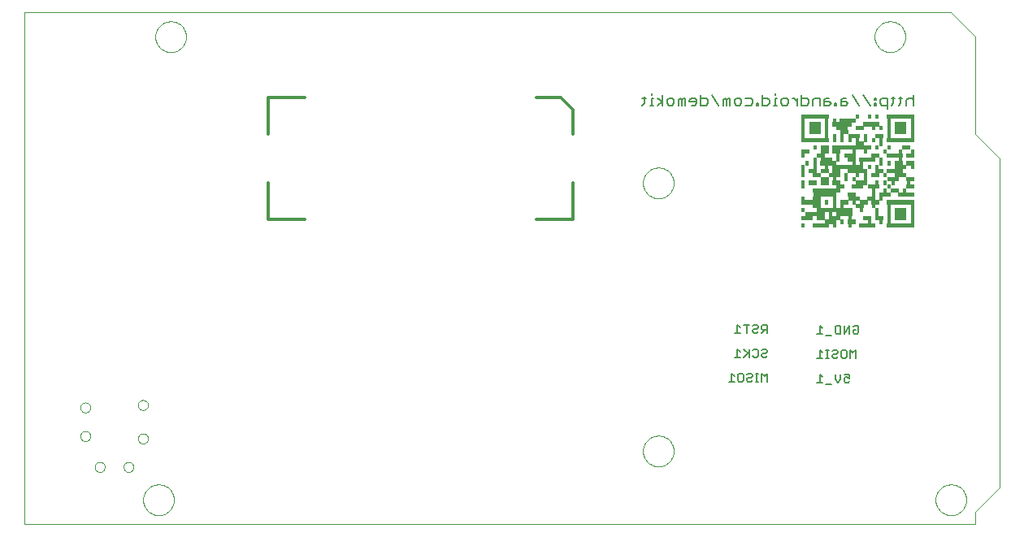
<source format=gbr>
G75*
G70*
%OFA0B0*%
%FSLAX24Y24*%
%IPPOS*%
%LPD*%
%AMOC8*
5,1,8,0,0,1.08239X$1,22.5*
%
%ADD10C,0.0000*%
%ADD11C,0.0080*%
%ADD12C,0.0120*%
%ADD13C,0.0060*%
%ADD14R,0.1120X0.0020*%
%ADD15R,0.0640X0.0020*%
%ADD16R,0.0160X0.0020*%
%ADD17R,0.0320X0.0020*%
%ADD18R,0.0480X0.0020*%
%ADD19R,0.0800X0.0020*%
%ADD20R,0.1440X0.0020*%
%ADD21R,0.0960X0.0020*%
%ADD22R,0.1280X0.0020*%
%ADD23R,0.1600X0.0020*%
D10*
X020510Y066510D02*
X020510Y087510D01*
X058510Y087510D01*
X059510Y086510D01*
X059510Y082510D01*
X060510Y081510D01*
X060510Y068010D01*
X059510Y067010D01*
X059510Y066510D01*
X020510Y066510D01*
X023396Y068859D02*
X023398Y068887D01*
X023404Y068914D01*
X023413Y068941D01*
X023426Y068966D01*
X023442Y068988D01*
X023461Y069009D01*
X023483Y069026D01*
X023507Y069041D01*
X023532Y069052D01*
X023559Y069060D01*
X023587Y069064D01*
X023615Y069064D01*
X023643Y069060D01*
X023670Y069052D01*
X023695Y069041D01*
X023719Y069026D01*
X023741Y069009D01*
X023760Y068988D01*
X023776Y068966D01*
X023789Y068941D01*
X023798Y068914D01*
X023804Y068887D01*
X023806Y068859D01*
X023804Y068831D01*
X023798Y068804D01*
X023789Y068777D01*
X023776Y068752D01*
X023760Y068730D01*
X023741Y068709D01*
X023719Y068692D01*
X023695Y068677D01*
X023670Y068666D01*
X023643Y068658D01*
X023615Y068654D01*
X023587Y068654D01*
X023559Y068658D01*
X023532Y068666D01*
X023507Y068677D01*
X023483Y068692D01*
X023461Y068709D01*
X023442Y068730D01*
X023426Y068752D01*
X023413Y068777D01*
X023404Y068804D01*
X023398Y068831D01*
X023396Y068859D01*
X022805Y070120D02*
X022807Y070148D01*
X022813Y070175D01*
X022822Y070202D01*
X022835Y070227D01*
X022851Y070249D01*
X022870Y070270D01*
X022892Y070287D01*
X022916Y070302D01*
X022941Y070313D01*
X022968Y070321D01*
X022996Y070325D01*
X023024Y070325D01*
X023052Y070321D01*
X023079Y070313D01*
X023104Y070302D01*
X023128Y070287D01*
X023150Y070270D01*
X023169Y070249D01*
X023185Y070227D01*
X023198Y070202D01*
X023207Y070175D01*
X023213Y070148D01*
X023215Y070120D01*
X023213Y070092D01*
X023207Y070065D01*
X023198Y070038D01*
X023185Y070013D01*
X023169Y069991D01*
X023150Y069970D01*
X023128Y069953D01*
X023104Y069938D01*
X023079Y069927D01*
X023052Y069919D01*
X023024Y069915D01*
X022996Y069915D01*
X022968Y069919D01*
X022941Y069927D01*
X022916Y069938D01*
X022892Y069953D01*
X022870Y069970D01*
X022851Y069991D01*
X022835Y070013D01*
X022822Y070038D01*
X022813Y070065D01*
X022807Y070092D01*
X022805Y070120D01*
X022805Y071300D02*
X022807Y071328D01*
X022813Y071355D01*
X022822Y071382D01*
X022835Y071407D01*
X022851Y071429D01*
X022870Y071450D01*
X022892Y071467D01*
X022916Y071482D01*
X022941Y071493D01*
X022968Y071501D01*
X022996Y071505D01*
X023024Y071505D01*
X023052Y071501D01*
X023079Y071493D01*
X023104Y071482D01*
X023128Y071467D01*
X023150Y071450D01*
X023169Y071429D01*
X023185Y071407D01*
X023198Y071382D01*
X023207Y071355D01*
X023213Y071328D01*
X023215Y071300D01*
X023213Y071272D01*
X023207Y071245D01*
X023198Y071218D01*
X023185Y071193D01*
X023169Y071171D01*
X023150Y071150D01*
X023128Y071133D01*
X023104Y071118D01*
X023079Y071107D01*
X023052Y071099D01*
X023024Y071095D01*
X022996Y071095D01*
X022968Y071099D01*
X022941Y071107D01*
X022916Y071118D01*
X022892Y071133D01*
X022870Y071150D01*
X022851Y071171D01*
X022835Y071193D01*
X022822Y071218D01*
X022813Y071245D01*
X022807Y071272D01*
X022805Y071300D01*
X025167Y071400D02*
X025169Y071428D01*
X025175Y071455D01*
X025184Y071482D01*
X025197Y071507D01*
X025213Y071529D01*
X025232Y071550D01*
X025254Y071567D01*
X025278Y071582D01*
X025303Y071593D01*
X025330Y071601D01*
X025358Y071605D01*
X025386Y071605D01*
X025414Y071601D01*
X025441Y071593D01*
X025466Y071582D01*
X025490Y071567D01*
X025512Y071550D01*
X025531Y071529D01*
X025547Y071507D01*
X025560Y071482D01*
X025569Y071455D01*
X025575Y071428D01*
X025577Y071400D01*
X025575Y071372D01*
X025569Y071345D01*
X025560Y071318D01*
X025547Y071293D01*
X025531Y071271D01*
X025512Y071250D01*
X025490Y071233D01*
X025466Y071218D01*
X025441Y071207D01*
X025414Y071199D01*
X025386Y071195D01*
X025358Y071195D01*
X025330Y071199D01*
X025303Y071207D01*
X025278Y071218D01*
X025254Y071233D01*
X025232Y071250D01*
X025213Y071271D01*
X025197Y071293D01*
X025184Y071318D01*
X025175Y071345D01*
X025169Y071372D01*
X025167Y071400D01*
X025167Y070020D02*
X025169Y070048D01*
X025175Y070075D01*
X025184Y070102D01*
X025197Y070127D01*
X025213Y070149D01*
X025232Y070170D01*
X025254Y070187D01*
X025278Y070202D01*
X025303Y070213D01*
X025330Y070221D01*
X025358Y070225D01*
X025386Y070225D01*
X025414Y070221D01*
X025441Y070213D01*
X025466Y070202D01*
X025490Y070187D01*
X025512Y070170D01*
X025531Y070149D01*
X025547Y070127D01*
X025560Y070102D01*
X025569Y070075D01*
X025575Y070048D01*
X025577Y070020D01*
X025575Y069992D01*
X025569Y069965D01*
X025560Y069938D01*
X025547Y069913D01*
X025531Y069891D01*
X025512Y069870D01*
X025490Y069853D01*
X025466Y069838D01*
X025441Y069827D01*
X025414Y069819D01*
X025386Y069815D01*
X025358Y069815D01*
X025330Y069819D01*
X025303Y069827D01*
X025278Y069838D01*
X025254Y069853D01*
X025232Y069870D01*
X025213Y069891D01*
X025197Y069913D01*
X025184Y069938D01*
X025175Y069965D01*
X025169Y069992D01*
X025167Y070020D01*
X024577Y068859D02*
X024579Y068887D01*
X024585Y068914D01*
X024594Y068941D01*
X024607Y068966D01*
X024623Y068988D01*
X024642Y069009D01*
X024664Y069026D01*
X024688Y069041D01*
X024713Y069052D01*
X024740Y069060D01*
X024768Y069064D01*
X024796Y069064D01*
X024824Y069060D01*
X024851Y069052D01*
X024876Y069041D01*
X024900Y069026D01*
X024922Y069009D01*
X024941Y068988D01*
X024957Y068966D01*
X024970Y068941D01*
X024979Y068914D01*
X024985Y068887D01*
X024987Y068859D01*
X024985Y068831D01*
X024979Y068804D01*
X024970Y068777D01*
X024957Y068752D01*
X024941Y068730D01*
X024922Y068709D01*
X024900Y068692D01*
X024876Y068677D01*
X024851Y068666D01*
X024824Y068658D01*
X024796Y068654D01*
X024768Y068654D01*
X024740Y068658D01*
X024713Y068666D01*
X024688Y068677D01*
X024664Y068692D01*
X024642Y068709D01*
X024623Y068730D01*
X024607Y068752D01*
X024594Y068777D01*
X024585Y068804D01*
X024579Y068831D01*
X024577Y068859D01*
X025380Y067510D02*
X025382Y067560D01*
X025388Y067610D01*
X025398Y067659D01*
X025412Y067707D01*
X025429Y067754D01*
X025450Y067799D01*
X025475Y067843D01*
X025503Y067884D01*
X025535Y067923D01*
X025569Y067960D01*
X025606Y067994D01*
X025646Y068024D01*
X025688Y068051D01*
X025732Y068075D01*
X025778Y068096D01*
X025825Y068112D01*
X025873Y068125D01*
X025923Y068134D01*
X025972Y068139D01*
X026023Y068140D01*
X026073Y068137D01*
X026122Y068130D01*
X026171Y068119D01*
X026219Y068104D01*
X026265Y068086D01*
X026310Y068064D01*
X026353Y068038D01*
X026394Y068009D01*
X026433Y067977D01*
X026469Y067942D01*
X026501Y067904D01*
X026531Y067864D01*
X026558Y067821D01*
X026581Y067777D01*
X026600Y067731D01*
X026616Y067683D01*
X026628Y067634D01*
X026636Y067585D01*
X026640Y067535D01*
X026640Y067485D01*
X026636Y067435D01*
X026628Y067386D01*
X026616Y067337D01*
X026600Y067289D01*
X026581Y067243D01*
X026558Y067199D01*
X026531Y067156D01*
X026501Y067116D01*
X026469Y067078D01*
X026433Y067043D01*
X026394Y067011D01*
X026353Y066982D01*
X026310Y066956D01*
X026265Y066934D01*
X026219Y066916D01*
X026171Y066901D01*
X026122Y066890D01*
X026073Y066883D01*
X026023Y066880D01*
X025972Y066881D01*
X025923Y066886D01*
X025873Y066895D01*
X025825Y066908D01*
X025778Y066924D01*
X025732Y066945D01*
X025688Y066969D01*
X025646Y066996D01*
X025606Y067026D01*
X025569Y067060D01*
X025535Y067097D01*
X025503Y067136D01*
X025475Y067177D01*
X025450Y067221D01*
X025429Y067266D01*
X025412Y067313D01*
X025398Y067361D01*
X025388Y067410D01*
X025382Y067460D01*
X025380Y067510D01*
X045880Y069510D02*
X045882Y069560D01*
X045888Y069610D01*
X045898Y069659D01*
X045912Y069707D01*
X045929Y069754D01*
X045950Y069799D01*
X045975Y069843D01*
X046003Y069884D01*
X046035Y069923D01*
X046069Y069960D01*
X046106Y069994D01*
X046146Y070024D01*
X046188Y070051D01*
X046232Y070075D01*
X046278Y070096D01*
X046325Y070112D01*
X046373Y070125D01*
X046423Y070134D01*
X046472Y070139D01*
X046523Y070140D01*
X046573Y070137D01*
X046622Y070130D01*
X046671Y070119D01*
X046719Y070104D01*
X046765Y070086D01*
X046810Y070064D01*
X046853Y070038D01*
X046894Y070009D01*
X046933Y069977D01*
X046969Y069942D01*
X047001Y069904D01*
X047031Y069864D01*
X047058Y069821D01*
X047081Y069777D01*
X047100Y069731D01*
X047116Y069683D01*
X047128Y069634D01*
X047136Y069585D01*
X047140Y069535D01*
X047140Y069485D01*
X047136Y069435D01*
X047128Y069386D01*
X047116Y069337D01*
X047100Y069289D01*
X047081Y069243D01*
X047058Y069199D01*
X047031Y069156D01*
X047001Y069116D01*
X046969Y069078D01*
X046933Y069043D01*
X046894Y069011D01*
X046853Y068982D01*
X046810Y068956D01*
X046765Y068934D01*
X046719Y068916D01*
X046671Y068901D01*
X046622Y068890D01*
X046573Y068883D01*
X046523Y068880D01*
X046472Y068881D01*
X046423Y068886D01*
X046373Y068895D01*
X046325Y068908D01*
X046278Y068924D01*
X046232Y068945D01*
X046188Y068969D01*
X046146Y068996D01*
X046106Y069026D01*
X046069Y069060D01*
X046035Y069097D01*
X046003Y069136D01*
X045975Y069177D01*
X045950Y069221D01*
X045929Y069266D01*
X045912Y069313D01*
X045898Y069361D01*
X045888Y069410D01*
X045882Y069460D01*
X045880Y069510D01*
X057880Y067510D02*
X057882Y067560D01*
X057888Y067610D01*
X057898Y067659D01*
X057912Y067707D01*
X057929Y067754D01*
X057950Y067799D01*
X057975Y067843D01*
X058003Y067884D01*
X058035Y067923D01*
X058069Y067960D01*
X058106Y067994D01*
X058146Y068024D01*
X058188Y068051D01*
X058232Y068075D01*
X058278Y068096D01*
X058325Y068112D01*
X058373Y068125D01*
X058423Y068134D01*
X058472Y068139D01*
X058523Y068140D01*
X058573Y068137D01*
X058622Y068130D01*
X058671Y068119D01*
X058719Y068104D01*
X058765Y068086D01*
X058810Y068064D01*
X058853Y068038D01*
X058894Y068009D01*
X058933Y067977D01*
X058969Y067942D01*
X059001Y067904D01*
X059031Y067864D01*
X059058Y067821D01*
X059081Y067777D01*
X059100Y067731D01*
X059116Y067683D01*
X059128Y067634D01*
X059136Y067585D01*
X059140Y067535D01*
X059140Y067485D01*
X059136Y067435D01*
X059128Y067386D01*
X059116Y067337D01*
X059100Y067289D01*
X059081Y067243D01*
X059058Y067199D01*
X059031Y067156D01*
X059001Y067116D01*
X058969Y067078D01*
X058933Y067043D01*
X058894Y067011D01*
X058853Y066982D01*
X058810Y066956D01*
X058765Y066934D01*
X058719Y066916D01*
X058671Y066901D01*
X058622Y066890D01*
X058573Y066883D01*
X058523Y066880D01*
X058472Y066881D01*
X058423Y066886D01*
X058373Y066895D01*
X058325Y066908D01*
X058278Y066924D01*
X058232Y066945D01*
X058188Y066969D01*
X058146Y066996D01*
X058106Y067026D01*
X058069Y067060D01*
X058035Y067097D01*
X058003Y067136D01*
X057975Y067177D01*
X057950Y067221D01*
X057929Y067266D01*
X057912Y067313D01*
X057898Y067361D01*
X057888Y067410D01*
X057882Y067460D01*
X057880Y067510D01*
X045880Y080510D02*
X045882Y080560D01*
X045888Y080610D01*
X045898Y080659D01*
X045912Y080707D01*
X045929Y080754D01*
X045950Y080799D01*
X045975Y080843D01*
X046003Y080884D01*
X046035Y080923D01*
X046069Y080960D01*
X046106Y080994D01*
X046146Y081024D01*
X046188Y081051D01*
X046232Y081075D01*
X046278Y081096D01*
X046325Y081112D01*
X046373Y081125D01*
X046423Y081134D01*
X046472Y081139D01*
X046523Y081140D01*
X046573Y081137D01*
X046622Y081130D01*
X046671Y081119D01*
X046719Y081104D01*
X046765Y081086D01*
X046810Y081064D01*
X046853Y081038D01*
X046894Y081009D01*
X046933Y080977D01*
X046969Y080942D01*
X047001Y080904D01*
X047031Y080864D01*
X047058Y080821D01*
X047081Y080777D01*
X047100Y080731D01*
X047116Y080683D01*
X047128Y080634D01*
X047136Y080585D01*
X047140Y080535D01*
X047140Y080485D01*
X047136Y080435D01*
X047128Y080386D01*
X047116Y080337D01*
X047100Y080289D01*
X047081Y080243D01*
X047058Y080199D01*
X047031Y080156D01*
X047001Y080116D01*
X046969Y080078D01*
X046933Y080043D01*
X046894Y080011D01*
X046853Y079982D01*
X046810Y079956D01*
X046765Y079934D01*
X046719Y079916D01*
X046671Y079901D01*
X046622Y079890D01*
X046573Y079883D01*
X046523Y079880D01*
X046472Y079881D01*
X046423Y079886D01*
X046373Y079895D01*
X046325Y079908D01*
X046278Y079924D01*
X046232Y079945D01*
X046188Y079969D01*
X046146Y079996D01*
X046106Y080026D01*
X046069Y080060D01*
X046035Y080097D01*
X046003Y080136D01*
X045975Y080177D01*
X045950Y080221D01*
X045929Y080266D01*
X045912Y080313D01*
X045898Y080361D01*
X045888Y080410D01*
X045882Y080460D01*
X045880Y080510D01*
X055380Y086510D02*
X055382Y086560D01*
X055388Y086610D01*
X055398Y086659D01*
X055412Y086707D01*
X055429Y086754D01*
X055450Y086799D01*
X055475Y086843D01*
X055503Y086884D01*
X055535Y086923D01*
X055569Y086960D01*
X055606Y086994D01*
X055646Y087024D01*
X055688Y087051D01*
X055732Y087075D01*
X055778Y087096D01*
X055825Y087112D01*
X055873Y087125D01*
X055923Y087134D01*
X055972Y087139D01*
X056023Y087140D01*
X056073Y087137D01*
X056122Y087130D01*
X056171Y087119D01*
X056219Y087104D01*
X056265Y087086D01*
X056310Y087064D01*
X056353Y087038D01*
X056394Y087009D01*
X056433Y086977D01*
X056469Y086942D01*
X056501Y086904D01*
X056531Y086864D01*
X056558Y086821D01*
X056581Y086777D01*
X056600Y086731D01*
X056616Y086683D01*
X056628Y086634D01*
X056636Y086585D01*
X056640Y086535D01*
X056640Y086485D01*
X056636Y086435D01*
X056628Y086386D01*
X056616Y086337D01*
X056600Y086289D01*
X056581Y086243D01*
X056558Y086199D01*
X056531Y086156D01*
X056501Y086116D01*
X056469Y086078D01*
X056433Y086043D01*
X056394Y086011D01*
X056353Y085982D01*
X056310Y085956D01*
X056265Y085934D01*
X056219Y085916D01*
X056171Y085901D01*
X056122Y085890D01*
X056073Y085883D01*
X056023Y085880D01*
X055972Y085881D01*
X055923Y085886D01*
X055873Y085895D01*
X055825Y085908D01*
X055778Y085924D01*
X055732Y085945D01*
X055688Y085969D01*
X055646Y085996D01*
X055606Y086026D01*
X055569Y086060D01*
X055535Y086097D01*
X055503Y086136D01*
X055475Y086177D01*
X055450Y086221D01*
X055429Y086266D01*
X055412Y086313D01*
X055398Y086361D01*
X055388Y086410D01*
X055382Y086460D01*
X055380Y086510D01*
X025880Y086510D02*
X025882Y086560D01*
X025888Y086610D01*
X025898Y086659D01*
X025912Y086707D01*
X025929Y086754D01*
X025950Y086799D01*
X025975Y086843D01*
X026003Y086884D01*
X026035Y086923D01*
X026069Y086960D01*
X026106Y086994D01*
X026146Y087024D01*
X026188Y087051D01*
X026232Y087075D01*
X026278Y087096D01*
X026325Y087112D01*
X026373Y087125D01*
X026423Y087134D01*
X026472Y087139D01*
X026523Y087140D01*
X026573Y087137D01*
X026622Y087130D01*
X026671Y087119D01*
X026719Y087104D01*
X026765Y087086D01*
X026810Y087064D01*
X026853Y087038D01*
X026894Y087009D01*
X026933Y086977D01*
X026969Y086942D01*
X027001Y086904D01*
X027031Y086864D01*
X027058Y086821D01*
X027081Y086777D01*
X027100Y086731D01*
X027116Y086683D01*
X027128Y086634D01*
X027136Y086585D01*
X027140Y086535D01*
X027140Y086485D01*
X027136Y086435D01*
X027128Y086386D01*
X027116Y086337D01*
X027100Y086289D01*
X027081Y086243D01*
X027058Y086199D01*
X027031Y086156D01*
X027001Y086116D01*
X026969Y086078D01*
X026933Y086043D01*
X026894Y086011D01*
X026853Y085982D01*
X026810Y085956D01*
X026765Y085934D01*
X026719Y085916D01*
X026671Y085901D01*
X026622Y085890D01*
X026573Y085883D01*
X026523Y085880D01*
X026472Y085881D01*
X026423Y085886D01*
X026373Y085895D01*
X026325Y085908D01*
X026278Y085924D01*
X026232Y085945D01*
X026188Y085969D01*
X026146Y085996D01*
X026106Y086026D01*
X026069Y086060D01*
X026035Y086097D01*
X026003Y086136D01*
X025975Y086177D01*
X025950Y086221D01*
X025929Y086266D01*
X025912Y086313D01*
X025898Y086361D01*
X025888Y086410D01*
X025882Y086460D01*
X025880Y086510D01*
D11*
X045858Y083980D02*
X045999Y083980D01*
X045929Y084050D02*
X045929Y083770D01*
X045858Y083700D01*
X046165Y083700D02*
X046305Y083700D01*
X046235Y083700D02*
X046235Y083980D01*
X046305Y083980D01*
X046235Y084120D02*
X046235Y084190D01*
X046479Y083980D02*
X046689Y083840D01*
X046479Y083700D01*
X046689Y083700D02*
X046689Y084120D01*
X046869Y083910D02*
X046939Y083980D01*
X047079Y083980D01*
X047149Y083910D01*
X047149Y083770D01*
X047079Y083700D01*
X046939Y083700D01*
X046869Y083770D01*
X046869Y083910D01*
X047330Y083910D02*
X047330Y083700D01*
X047470Y083700D02*
X047470Y083910D01*
X047400Y083980D01*
X047330Y083910D01*
X047470Y083910D02*
X047540Y083980D01*
X047610Y083980D01*
X047610Y083700D01*
X047790Y083840D02*
X048070Y083840D01*
X048070Y083910D02*
X048000Y083980D01*
X047860Y083980D01*
X047790Y083910D01*
X047790Y083840D01*
X047860Y083700D02*
X048000Y083700D01*
X048070Y083770D01*
X048070Y083910D01*
X048250Y083980D02*
X048460Y083980D01*
X048531Y083910D01*
X048531Y083770D01*
X048460Y083700D01*
X048250Y083700D01*
X048250Y084120D01*
X048711Y084120D02*
X048991Y083700D01*
X049171Y083700D02*
X049171Y083910D01*
X049241Y083980D01*
X049311Y083910D01*
X049311Y083700D01*
X049451Y083700D02*
X049451Y083980D01*
X049381Y083980D01*
X049311Y083910D01*
X049631Y083910D02*
X049701Y083980D01*
X049842Y083980D01*
X049912Y083910D01*
X049912Y083770D01*
X049842Y083700D01*
X049701Y083700D01*
X049631Y083770D01*
X049631Y083910D01*
X050092Y083980D02*
X050302Y083980D01*
X050372Y083910D01*
X050372Y083770D01*
X050302Y083700D01*
X050092Y083700D01*
X050532Y083700D02*
X050602Y083700D01*
X050602Y083770D01*
X050532Y083770D01*
X050532Y083700D01*
X050782Y083700D02*
X050992Y083700D01*
X051062Y083770D01*
X051062Y083910D01*
X050992Y083980D01*
X050782Y083980D01*
X050782Y084120D02*
X050782Y083700D01*
X051229Y083700D02*
X051369Y083700D01*
X051299Y083700D02*
X051299Y083980D01*
X051369Y083980D01*
X051299Y084120D02*
X051299Y084190D01*
X051549Y083910D02*
X051620Y083980D01*
X051760Y083980D01*
X051830Y083910D01*
X051830Y083770D01*
X051760Y083700D01*
X051620Y083700D01*
X051549Y083770D01*
X051549Y083910D01*
X052003Y083980D02*
X052073Y083980D01*
X052213Y083840D01*
X052213Y083700D02*
X052213Y083980D01*
X052393Y083980D02*
X052604Y083980D01*
X052674Y083910D01*
X052674Y083770D01*
X052604Y083700D01*
X052393Y083700D01*
X052393Y084120D01*
X052854Y083910D02*
X052854Y083700D01*
X052854Y083910D02*
X052924Y083980D01*
X053134Y083980D01*
X053134Y083700D01*
X053314Y083700D02*
X053524Y083700D01*
X053594Y083770D01*
X053524Y083840D01*
X053314Y083840D01*
X053314Y083910D02*
X053314Y083700D01*
X053314Y083910D02*
X053384Y083980D01*
X053524Y083980D01*
X053754Y083770D02*
X053754Y083700D01*
X053825Y083700D01*
X053825Y083770D01*
X053754Y083770D01*
X054005Y083840D02*
X054215Y083840D01*
X054285Y083770D01*
X054215Y083700D01*
X054005Y083700D01*
X054005Y083910D01*
X054075Y083980D01*
X054215Y083980D01*
X054465Y084120D02*
X054745Y083700D01*
X054925Y084120D02*
X055206Y083700D01*
X055366Y083700D02*
X055436Y083700D01*
X055436Y083770D01*
X055366Y083770D01*
X055366Y083700D01*
X055366Y083910D02*
X055436Y083910D01*
X055436Y083980D01*
X055366Y083980D01*
X055366Y083910D01*
X055616Y083910D02*
X055616Y083770D01*
X055686Y083700D01*
X055896Y083700D01*
X055896Y083559D02*
X055896Y083980D01*
X055686Y083980D01*
X055616Y083910D01*
X056063Y083980D02*
X056203Y083980D01*
X056133Y084050D02*
X056133Y083770D01*
X056063Y083700D01*
X056370Y083700D02*
X056440Y083770D01*
X056440Y084050D01*
X056510Y083980D02*
X056370Y083980D01*
X056690Y083910D02*
X056690Y083700D01*
X056690Y083910D02*
X056760Y083980D01*
X056900Y083980D01*
X056970Y083910D01*
X056970Y084120D02*
X056970Y083700D01*
D12*
X043010Y083510D02*
X043010Y082510D01*
X043010Y083510D02*
X042510Y084010D01*
X041510Y084010D01*
X043010Y080510D02*
X043010Y079010D01*
X041510Y079010D01*
X032010Y079010D02*
X030510Y079010D01*
X030510Y080510D01*
X030510Y082510D02*
X030510Y084010D01*
X032010Y084010D01*
D13*
X049759Y074696D02*
X049759Y074356D01*
X049872Y074356D02*
X049645Y074356D01*
X049872Y074583D02*
X049759Y074696D01*
X050014Y074696D02*
X050241Y074696D01*
X050127Y074696D02*
X050127Y074356D01*
X050382Y074413D02*
X050439Y074356D01*
X050552Y074356D01*
X050609Y074413D01*
X050552Y074526D02*
X050439Y074526D01*
X050382Y074470D01*
X050382Y074413D01*
X050552Y074526D02*
X050609Y074583D01*
X050609Y074640D01*
X050552Y074696D01*
X050439Y074696D01*
X050382Y074640D01*
X050750Y074640D02*
X050750Y074526D01*
X050807Y074470D01*
X050977Y074470D01*
X050864Y074470D02*
X050750Y074356D01*
X050977Y074356D02*
X050977Y074696D01*
X050807Y074696D01*
X050750Y074640D01*
X050807Y073696D02*
X050920Y073696D01*
X050977Y073640D01*
X050977Y073583D01*
X050920Y073526D01*
X050807Y073526D01*
X050750Y073470D01*
X050750Y073413D01*
X050807Y073356D01*
X050920Y073356D01*
X050977Y073413D01*
X050750Y073640D02*
X050807Y073696D01*
X050609Y073640D02*
X050609Y073413D01*
X050552Y073356D01*
X050439Y073356D01*
X050382Y073413D01*
X050241Y073470D02*
X050014Y073696D01*
X049872Y073583D02*
X049759Y073696D01*
X049759Y073356D01*
X049872Y073356D02*
X049645Y073356D01*
X050014Y073356D02*
X050184Y073526D01*
X050241Y073696D02*
X050241Y073356D01*
X050382Y073640D02*
X050439Y073696D01*
X050552Y073696D01*
X050609Y073640D01*
X050609Y072696D02*
X050495Y072696D01*
X050552Y072696D02*
X050552Y072356D01*
X050609Y072356D02*
X050495Y072356D01*
X050363Y072413D02*
X050307Y072356D01*
X050193Y072356D01*
X050136Y072413D01*
X050136Y072470D01*
X050193Y072526D01*
X050307Y072526D01*
X050363Y072583D01*
X050363Y072640D01*
X050307Y072696D01*
X050193Y072696D01*
X050136Y072640D01*
X049995Y072640D02*
X049995Y072413D01*
X049938Y072356D01*
X049825Y072356D01*
X049768Y072413D01*
X049768Y072640D01*
X049825Y072696D01*
X049938Y072696D01*
X049995Y072640D01*
X049627Y072583D02*
X049513Y072696D01*
X049513Y072356D01*
X049400Y072356D02*
X049627Y072356D01*
X050750Y072356D02*
X050750Y072696D01*
X050864Y072583D01*
X050977Y072696D01*
X050977Y072356D01*
X053025Y072323D02*
X053252Y072323D01*
X053138Y072323D02*
X053138Y072663D01*
X053252Y072550D01*
X053393Y072266D02*
X053620Y072266D01*
X053761Y072437D02*
X053761Y072663D01*
X053761Y072437D02*
X053875Y072323D01*
X053988Y072437D01*
X053988Y072663D01*
X054130Y072663D02*
X054357Y072663D01*
X054357Y072493D01*
X054243Y072550D01*
X054186Y072550D01*
X054130Y072493D01*
X054130Y072380D01*
X054186Y072323D01*
X054300Y072323D01*
X054357Y072380D01*
X054375Y073323D02*
X054375Y073663D01*
X054489Y073550D01*
X054602Y073663D01*
X054602Y073323D01*
X054234Y073380D02*
X054177Y073323D01*
X054064Y073323D01*
X054007Y073380D01*
X054007Y073607D01*
X054064Y073663D01*
X054177Y073663D01*
X054234Y073607D01*
X054234Y073380D01*
X053866Y073380D02*
X053809Y073323D01*
X053695Y073323D01*
X053639Y073380D01*
X053639Y073437D01*
X053695Y073493D01*
X053809Y073493D01*
X053866Y073550D01*
X053866Y073607D01*
X053809Y073663D01*
X053695Y073663D01*
X053639Y073607D01*
X053497Y073663D02*
X053384Y073663D01*
X053441Y073663D02*
X053441Y073323D01*
X053497Y073323D02*
X053384Y073323D01*
X053252Y073323D02*
X053025Y073323D01*
X053138Y073323D02*
X053138Y073663D01*
X053252Y073550D01*
X053393Y074266D02*
X053620Y074266D01*
X053761Y074380D02*
X053818Y074323D01*
X053988Y074323D01*
X053988Y074663D01*
X053818Y074663D01*
X053761Y074607D01*
X053761Y074380D01*
X054130Y074323D02*
X054130Y074663D01*
X054357Y074663D02*
X054130Y074323D01*
X054357Y074323D02*
X054357Y074663D01*
X054498Y074607D02*
X054555Y074663D01*
X054668Y074663D01*
X054725Y074607D01*
X054725Y074380D01*
X054668Y074323D01*
X054555Y074323D01*
X054498Y074380D01*
X054498Y074493D01*
X054611Y074493D01*
X053252Y074550D02*
X053138Y074663D01*
X053138Y074323D01*
X053025Y074323D02*
X053252Y074323D01*
D14*
X056450Y078670D03*
X056450Y078690D03*
X056450Y078710D03*
X056450Y078730D03*
X056450Y078750D03*
X056450Y078770D03*
X056450Y078790D03*
X056450Y078810D03*
X056450Y079630D03*
X056450Y079650D03*
X056450Y079670D03*
X056450Y079690D03*
X056450Y079710D03*
X056450Y079730D03*
X056450Y079750D03*
X056450Y079770D03*
X056450Y082190D03*
X056450Y082210D03*
X056450Y082230D03*
X056450Y082250D03*
X056450Y082270D03*
X056450Y082290D03*
X056450Y082310D03*
X056450Y082330D03*
X056450Y083150D03*
X056450Y083170D03*
X056450Y083190D03*
X056450Y083210D03*
X056450Y083230D03*
X056450Y083250D03*
X056450Y083270D03*
X056450Y083290D03*
X052930Y083290D03*
X052930Y083270D03*
X052930Y083250D03*
X052930Y083230D03*
X052930Y083210D03*
X052930Y083190D03*
X052930Y083170D03*
X052930Y083150D03*
X052930Y082330D03*
X052930Y082310D03*
X052930Y082290D03*
X052930Y082270D03*
X052930Y082250D03*
X052930Y082230D03*
X052930Y082210D03*
X052930Y082190D03*
X053410Y080250D03*
X053410Y080230D03*
X053410Y080210D03*
X053410Y080190D03*
X053410Y080170D03*
X053410Y080150D03*
X053410Y080130D03*
X053410Y080110D03*
D15*
X054130Y079290D03*
X054130Y079270D03*
X054130Y079250D03*
X054130Y079230D03*
X054130Y079210D03*
X054130Y079190D03*
X054130Y079170D03*
X054130Y079150D03*
X053170Y078810D03*
X053170Y078790D03*
X053170Y078770D03*
X053170Y078750D03*
X053170Y078730D03*
X053170Y078710D03*
X053170Y078690D03*
X053170Y078670D03*
X055090Y078670D03*
X055090Y078690D03*
X055090Y078710D03*
X055090Y078730D03*
X055090Y078750D03*
X055090Y078770D03*
X055090Y078790D03*
X055090Y078810D03*
X056690Y079950D03*
X056690Y079970D03*
X056690Y079990D03*
X056690Y080010D03*
X056690Y080030D03*
X056690Y080050D03*
X056690Y080070D03*
X056690Y080090D03*
X056210Y080910D03*
X056210Y080930D03*
X056210Y080950D03*
X056210Y080970D03*
X056210Y080990D03*
X056210Y081010D03*
X056210Y081030D03*
X056210Y081050D03*
X056210Y081550D03*
X056210Y081570D03*
X056210Y081590D03*
X056210Y081610D03*
X056210Y081630D03*
X056210Y081650D03*
X056210Y081670D03*
X056210Y081690D03*
X055090Y081530D03*
X055090Y081510D03*
X055090Y081490D03*
X055090Y081470D03*
X055090Y081450D03*
X055090Y081430D03*
X055090Y081410D03*
X055090Y081390D03*
X053490Y081370D03*
X053490Y081350D03*
X053490Y081330D03*
X053490Y081310D03*
X053490Y081290D03*
X053490Y081270D03*
X053490Y081250D03*
X053490Y081230D03*
X054290Y082990D03*
X054290Y083010D03*
X054290Y083030D03*
X054290Y083050D03*
X054290Y083070D03*
X054290Y083090D03*
X054290Y083110D03*
X054290Y083130D03*
X055250Y082970D03*
X055250Y082950D03*
X055250Y082930D03*
X055250Y082910D03*
X055250Y082890D03*
X055250Y082870D03*
X055250Y082850D03*
X055250Y082830D03*
D16*
X055330Y082810D03*
X055330Y082790D03*
X055330Y082770D03*
X055330Y082750D03*
X055330Y082730D03*
X055330Y082710D03*
X055330Y082690D03*
X055330Y082670D03*
X055650Y082670D03*
X055650Y082690D03*
X055650Y082710D03*
X055650Y082730D03*
X055650Y082750D03*
X055650Y082770D03*
X055650Y082790D03*
X055650Y082810D03*
X055970Y082810D03*
X055970Y082830D03*
X055970Y082850D03*
X055970Y082870D03*
X055970Y082890D03*
X055970Y082910D03*
X055970Y082930D03*
X055970Y082950D03*
X055970Y082970D03*
X055970Y082990D03*
X055970Y083010D03*
X055970Y083030D03*
X055970Y083050D03*
X055970Y083070D03*
X055970Y083090D03*
X055970Y083110D03*
X055970Y083130D03*
X055970Y082790D03*
X055970Y082770D03*
X055970Y082750D03*
X055970Y082730D03*
X055970Y082710D03*
X055970Y082690D03*
X055970Y082670D03*
X055970Y082650D03*
X055970Y082630D03*
X055970Y082610D03*
X055970Y082590D03*
X055970Y082570D03*
X055970Y082550D03*
X055970Y082530D03*
X055970Y082510D03*
X055970Y082490D03*
X055970Y082470D03*
X055970Y082450D03*
X055970Y082430D03*
X055970Y082410D03*
X055970Y082390D03*
X055970Y082370D03*
X055970Y082350D03*
X055650Y082330D03*
X055650Y082310D03*
X055650Y082290D03*
X055650Y082270D03*
X055650Y082250D03*
X055650Y082230D03*
X055650Y082210D03*
X055650Y082190D03*
X055650Y082170D03*
X055650Y082150D03*
X055650Y082130D03*
X055650Y082110D03*
X055650Y082090D03*
X055650Y082070D03*
X055650Y082050D03*
X055650Y082030D03*
X055490Y082010D03*
X055490Y081990D03*
X055490Y081970D03*
X055490Y081950D03*
X055490Y081930D03*
X055490Y081910D03*
X055490Y081890D03*
X055490Y081870D03*
X055810Y081850D03*
X055810Y081830D03*
X055810Y081810D03*
X055810Y081790D03*
X055810Y081770D03*
X055810Y081750D03*
X055810Y081730D03*
X055810Y081710D03*
X055970Y081870D03*
X055970Y081890D03*
X055970Y081910D03*
X055970Y081930D03*
X055970Y081950D03*
X055970Y081970D03*
X055970Y081990D03*
X055970Y082010D03*
X056450Y081850D03*
X056450Y081830D03*
X056450Y081810D03*
X056450Y081790D03*
X056450Y081770D03*
X056450Y081750D03*
X056450Y081730D03*
X056450Y081710D03*
X056450Y081530D03*
X056450Y081510D03*
X056450Y081490D03*
X056450Y081470D03*
X056450Y081450D03*
X056450Y081430D03*
X056450Y081410D03*
X056450Y081390D03*
X055970Y081370D03*
X055970Y081350D03*
X055970Y081330D03*
X055970Y081310D03*
X055970Y081290D03*
X055970Y081270D03*
X055970Y081250D03*
X055970Y081230D03*
X055650Y081230D03*
X055650Y081250D03*
X055650Y081270D03*
X055650Y081290D03*
X055650Y081310D03*
X055650Y081330D03*
X055650Y081350D03*
X055650Y081370D03*
X055650Y081390D03*
X055650Y081410D03*
X055650Y081430D03*
X055650Y081450D03*
X055650Y081470D03*
X055650Y081490D03*
X055650Y081510D03*
X055650Y081530D03*
X055490Y081210D03*
X055490Y081190D03*
X055490Y081170D03*
X055490Y081150D03*
X055490Y081130D03*
X055490Y081110D03*
X055490Y081090D03*
X055490Y081070D03*
X055170Y081070D03*
X055170Y081090D03*
X055170Y081110D03*
X055170Y081130D03*
X055170Y081150D03*
X055170Y081170D03*
X055170Y081190D03*
X055170Y081210D03*
X054850Y081230D03*
X054850Y081250D03*
X054850Y081270D03*
X054850Y081290D03*
X054850Y081310D03*
X054850Y081330D03*
X054850Y081350D03*
X054850Y081370D03*
X054530Y081370D03*
X054530Y081350D03*
X054530Y081330D03*
X054530Y081310D03*
X054530Y081290D03*
X054530Y081270D03*
X054530Y081250D03*
X054530Y081230D03*
X054690Y080890D03*
X054690Y080870D03*
X054690Y080850D03*
X054690Y080830D03*
X054690Y080810D03*
X054690Y080790D03*
X054690Y080770D03*
X054690Y080750D03*
X054530Y080730D03*
X054530Y080710D03*
X054530Y080690D03*
X054530Y080670D03*
X054530Y080650D03*
X054530Y080630D03*
X054530Y080610D03*
X054530Y080590D03*
X054210Y080590D03*
X054210Y080610D03*
X054210Y080630D03*
X054210Y080650D03*
X054210Y080670D03*
X054210Y080690D03*
X054210Y080710D03*
X054210Y080730D03*
X054210Y080750D03*
X054210Y080770D03*
X054210Y080790D03*
X054210Y080810D03*
X054210Y080830D03*
X054210Y080850D03*
X054210Y080870D03*
X054210Y080890D03*
X053730Y080730D03*
X053730Y080710D03*
X053730Y080690D03*
X053730Y080670D03*
X053730Y080650D03*
X053730Y080630D03*
X053730Y080610D03*
X053730Y080590D03*
X053410Y081070D03*
X053410Y081090D03*
X053410Y081110D03*
X053410Y081130D03*
X053410Y081150D03*
X053410Y081170D03*
X053410Y081190D03*
X053410Y081210D03*
X052930Y081210D03*
X052930Y081230D03*
X052930Y081250D03*
X052930Y081270D03*
X052930Y081290D03*
X052930Y081310D03*
X052930Y081330D03*
X052930Y081350D03*
X052930Y081370D03*
X052930Y081390D03*
X052930Y081410D03*
X052930Y081430D03*
X052930Y081450D03*
X052930Y081470D03*
X052930Y081490D03*
X052930Y081510D03*
X052930Y081530D03*
X052930Y081870D03*
X052930Y081890D03*
X052930Y081910D03*
X052930Y081930D03*
X052930Y081950D03*
X052930Y081970D03*
X052930Y081990D03*
X052930Y082010D03*
X052450Y081690D03*
X052450Y081670D03*
X052450Y081650D03*
X052450Y081630D03*
X052450Y081610D03*
X052450Y081590D03*
X052450Y081570D03*
X052450Y081550D03*
X052610Y081370D03*
X052610Y081350D03*
X052610Y081330D03*
X052610Y081310D03*
X052610Y081290D03*
X052610Y081270D03*
X052610Y081250D03*
X052610Y081230D03*
X052450Y081210D03*
X052450Y081190D03*
X052450Y081170D03*
X052450Y081150D03*
X052450Y081130D03*
X052450Y081110D03*
X052450Y081090D03*
X052450Y081070D03*
X052450Y081050D03*
X052450Y081030D03*
X052450Y081010D03*
X052450Y080990D03*
X052450Y080970D03*
X052450Y080950D03*
X052450Y080930D03*
X052450Y080910D03*
X052450Y080890D03*
X052450Y080870D03*
X052450Y080850D03*
X052450Y080830D03*
X052450Y080810D03*
X052450Y080790D03*
X052450Y080770D03*
X052450Y080750D03*
X052450Y080570D03*
X052450Y080550D03*
X052450Y080530D03*
X052450Y080510D03*
X052450Y080490D03*
X052450Y080470D03*
X052450Y080450D03*
X052450Y080430D03*
X052450Y080410D03*
X052450Y080390D03*
X052450Y080370D03*
X052450Y080350D03*
X052450Y080330D03*
X052450Y080310D03*
X052450Y080290D03*
X052450Y080270D03*
X052450Y079930D03*
X052450Y079910D03*
X052450Y079890D03*
X052450Y079870D03*
X052450Y079850D03*
X052450Y079830D03*
X052450Y079810D03*
X052450Y079790D03*
X052450Y079450D03*
X052450Y079430D03*
X052450Y079410D03*
X052450Y079390D03*
X052450Y079370D03*
X052450Y079350D03*
X052450Y079330D03*
X052450Y079310D03*
X052450Y078810D03*
X052450Y078790D03*
X052450Y078770D03*
X052450Y078750D03*
X052450Y078730D03*
X052450Y078710D03*
X052450Y078690D03*
X052450Y078670D03*
X053570Y079150D03*
X053570Y079170D03*
X053570Y079190D03*
X053570Y079210D03*
X053570Y079230D03*
X053570Y079250D03*
X053570Y079270D03*
X053570Y079290D03*
X053730Y079470D03*
X053730Y079490D03*
X053730Y079510D03*
X053730Y079530D03*
X053730Y079550D03*
X053730Y079570D03*
X053730Y079590D03*
X053730Y079610D03*
X053730Y079630D03*
X053730Y079650D03*
X053730Y079670D03*
X053730Y079690D03*
X053730Y079710D03*
X053730Y079730D03*
X053730Y079750D03*
X053730Y079770D03*
X053730Y079790D03*
X053730Y079810D03*
X053730Y079830D03*
X053730Y079850D03*
X053730Y079870D03*
X053730Y079890D03*
X053730Y079910D03*
X053730Y079930D03*
X053410Y079770D03*
X053410Y079750D03*
X053410Y079730D03*
X053410Y079710D03*
X053410Y079690D03*
X053410Y079670D03*
X053410Y079650D03*
X053410Y079630D03*
X054050Y079610D03*
X054050Y079590D03*
X054050Y079570D03*
X054050Y079550D03*
X054050Y079530D03*
X054050Y079510D03*
X054050Y079490D03*
X054050Y079470D03*
X054370Y079130D03*
X054370Y079110D03*
X054370Y079090D03*
X054370Y079070D03*
X054370Y079050D03*
X054370Y079030D03*
X054370Y079010D03*
X054370Y078990D03*
X054370Y078810D03*
X054370Y078790D03*
X054370Y078770D03*
X054370Y078750D03*
X054370Y078730D03*
X054370Y078710D03*
X054370Y078690D03*
X054370Y078670D03*
X054050Y078830D03*
X054050Y078850D03*
X054050Y078870D03*
X054050Y078890D03*
X054050Y078910D03*
X054050Y078930D03*
X054050Y078950D03*
X054050Y078970D03*
X053730Y078810D03*
X053730Y078790D03*
X053730Y078770D03*
X053730Y078750D03*
X053730Y078730D03*
X053730Y078710D03*
X053730Y078690D03*
X053730Y078670D03*
X054530Y079630D03*
X054530Y079650D03*
X054530Y079670D03*
X054530Y079690D03*
X054530Y079710D03*
X054530Y079730D03*
X054530Y079750D03*
X054530Y079770D03*
X054850Y079450D03*
X054850Y079430D03*
X054850Y079410D03*
X054850Y079390D03*
X054850Y079370D03*
X054850Y079350D03*
X054850Y079330D03*
X054850Y079310D03*
X055170Y078970D03*
X055170Y078950D03*
X055170Y078930D03*
X055170Y078910D03*
X055170Y078890D03*
X055170Y078870D03*
X055170Y078850D03*
X055170Y078830D03*
X055490Y079150D03*
X055490Y079170D03*
X055490Y079190D03*
X055490Y079210D03*
X055490Y079230D03*
X055490Y079250D03*
X055490Y079270D03*
X055490Y079290D03*
X055490Y079310D03*
X055490Y079330D03*
X055490Y079350D03*
X055490Y079370D03*
X055490Y079390D03*
X055490Y079410D03*
X055490Y079430D03*
X055490Y079450D03*
X055330Y079470D03*
X055330Y079490D03*
X055330Y079510D03*
X055330Y079530D03*
X055330Y079550D03*
X055330Y079570D03*
X055330Y079590D03*
X055330Y079610D03*
X055330Y079950D03*
X055330Y079970D03*
X055330Y079990D03*
X055330Y080010D03*
X055330Y080030D03*
X055330Y080050D03*
X055330Y080070D03*
X055330Y080090D03*
X055330Y080110D03*
X055330Y080130D03*
X055330Y080150D03*
X055330Y080170D03*
X055330Y080190D03*
X055330Y080210D03*
X055330Y080230D03*
X055330Y080250D03*
X055490Y080430D03*
X055490Y080450D03*
X055490Y080470D03*
X055490Y080490D03*
X055490Y080510D03*
X055490Y080530D03*
X055490Y080550D03*
X055490Y080570D03*
X055810Y080570D03*
X055810Y080550D03*
X055810Y080530D03*
X055810Y080510D03*
X055810Y080490D03*
X055810Y080470D03*
X055810Y080450D03*
X055810Y080430D03*
X055970Y080410D03*
X055970Y080390D03*
X055970Y080370D03*
X055970Y080350D03*
X055970Y080330D03*
X055970Y080310D03*
X055970Y080290D03*
X055970Y080270D03*
X055810Y080250D03*
X055810Y080230D03*
X055810Y080210D03*
X055810Y080190D03*
X055810Y080170D03*
X055810Y080150D03*
X055810Y080130D03*
X055810Y080110D03*
X055650Y079930D03*
X055650Y079910D03*
X055650Y079890D03*
X055650Y079870D03*
X055650Y079850D03*
X055650Y079830D03*
X055650Y079810D03*
X055650Y079790D03*
X055970Y079610D03*
X055970Y079590D03*
X055970Y079570D03*
X055970Y079550D03*
X055970Y079530D03*
X055970Y079510D03*
X055970Y079490D03*
X055970Y079470D03*
X055970Y079450D03*
X055970Y079430D03*
X055970Y079410D03*
X055970Y079390D03*
X055970Y079370D03*
X055970Y079350D03*
X055970Y079330D03*
X055970Y079310D03*
X055970Y079290D03*
X055970Y079270D03*
X055970Y079250D03*
X055970Y079230D03*
X055970Y079210D03*
X055970Y079190D03*
X055970Y079170D03*
X055970Y079150D03*
X055970Y079130D03*
X055970Y079110D03*
X055970Y079090D03*
X055970Y079070D03*
X055970Y079050D03*
X055970Y079030D03*
X055970Y079010D03*
X055970Y078990D03*
X055970Y078970D03*
X055970Y078950D03*
X055970Y078930D03*
X055970Y078910D03*
X055970Y078890D03*
X055970Y078870D03*
X055970Y078850D03*
X055970Y078830D03*
X055650Y078830D03*
X055650Y078850D03*
X055650Y078870D03*
X055650Y078890D03*
X055650Y078910D03*
X055650Y078930D03*
X055650Y078950D03*
X055650Y078970D03*
X056930Y078970D03*
X056930Y078990D03*
X056930Y079010D03*
X056930Y079030D03*
X056930Y079050D03*
X056930Y079070D03*
X056930Y079090D03*
X056930Y079110D03*
X056930Y079130D03*
X056930Y079150D03*
X056930Y079170D03*
X056930Y079190D03*
X056930Y079210D03*
X056930Y079230D03*
X056930Y079250D03*
X056930Y079270D03*
X056930Y079290D03*
X056930Y079310D03*
X056930Y079330D03*
X056930Y079350D03*
X056930Y079370D03*
X056930Y079390D03*
X056930Y079410D03*
X056930Y079430D03*
X056930Y079450D03*
X056930Y079470D03*
X056930Y079490D03*
X056930Y079510D03*
X056930Y079530D03*
X056930Y079550D03*
X056930Y079570D03*
X056930Y079590D03*
X056930Y079610D03*
X056610Y080110D03*
X056610Y080130D03*
X056610Y080150D03*
X056610Y080170D03*
X056610Y080190D03*
X056610Y080210D03*
X056610Y080230D03*
X056610Y080250D03*
X056770Y080430D03*
X056770Y080450D03*
X056770Y080470D03*
X056770Y080490D03*
X056770Y080510D03*
X056770Y080530D03*
X056770Y080550D03*
X056770Y080570D03*
X056930Y081070D03*
X056930Y081090D03*
X056930Y081110D03*
X056930Y081130D03*
X056930Y081150D03*
X056930Y081170D03*
X056930Y081190D03*
X056930Y081210D03*
X056930Y081710D03*
X056930Y081730D03*
X056930Y081750D03*
X056930Y081770D03*
X056930Y081790D03*
X056930Y081810D03*
X056930Y081830D03*
X056930Y081850D03*
X056930Y082350D03*
X056930Y082370D03*
X056930Y082390D03*
X056930Y082410D03*
X056930Y082430D03*
X056930Y082450D03*
X056930Y082470D03*
X056930Y082490D03*
X056930Y082510D03*
X056930Y082530D03*
X056930Y082550D03*
X056930Y082570D03*
X056930Y082590D03*
X056930Y082610D03*
X056930Y082630D03*
X056930Y082650D03*
X056930Y082670D03*
X056930Y082690D03*
X056930Y082710D03*
X056930Y082730D03*
X056930Y082750D03*
X056930Y082770D03*
X056930Y082790D03*
X056930Y082810D03*
X056930Y082830D03*
X056930Y082850D03*
X056930Y082870D03*
X056930Y082890D03*
X056930Y082910D03*
X056930Y082930D03*
X056930Y082950D03*
X056930Y082970D03*
X056930Y082990D03*
X056930Y083010D03*
X056930Y083030D03*
X056930Y083050D03*
X056930Y083070D03*
X056930Y083090D03*
X056930Y083110D03*
X056930Y083130D03*
X055490Y083150D03*
X055490Y083170D03*
X055490Y083190D03*
X055490Y083210D03*
X055490Y083230D03*
X055490Y083250D03*
X055490Y083270D03*
X055490Y083290D03*
X055170Y083290D03*
X055170Y083270D03*
X055170Y083250D03*
X055170Y083230D03*
X055170Y083210D03*
X055170Y083190D03*
X055170Y083170D03*
X055170Y083150D03*
X054690Y083150D03*
X054690Y083170D03*
X054690Y083190D03*
X054690Y083210D03*
X054690Y083230D03*
X054690Y083250D03*
X054690Y083270D03*
X054690Y083290D03*
X055010Y082490D03*
X055010Y082470D03*
X055010Y082450D03*
X055010Y082430D03*
X055010Y082410D03*
X055010Y082390D03*
X055010Y082370D03*
X055010Y082350D03*
X055010Y082330D03*
X055010Y082310D03*
X055010Y082290D03*
X055010Y082270D03*
X055010Y082250D03*
X055010Y082230D03*
X055010Y082210D03*
X055010Y082190D03*
X054690Y082190D03*
X054690Y082210D03*
X054690Y082230D03*
X054690Y082250D03*
X054690Y082270D03*
X054690Y082290D03*
X054690Y082310D03*
X054690Y082330D03*
X054370Y082330D03*
X054370Y082310D03*
X054370Y082290D03*
X054370Y082270D03*
X054370Y082250D03*
X054370Y082230D03*
X054370Y082210D03*
X054370Y082190D03*
X054050Y082190D03*
X054050Y082210D03*
X054050Y082230D03*
X054050Y082250D03*
X054050Y082270D03*
X054050Y082290D03*
X054050Y082310D03*
X054050Y082330D03*
X054050Y082350D03*
X054050Y082370D03*
X054050Y082390D03*
X054050Y082410D03*
X054050Y082430D03*
X054050Y082450D03*
X054050Y082470D03*
X054050Y082490D03*
X053730Y082490D03*
X053730Y082470D03*
X053730Y082450D03*
X053730Y082430D03*
X053730Y082410D03*
X053730Y082390D03*
X053730Y082370D03*
X053730Y082350D03*
X053730Y082330D03*
X053730Y082310D03*
X053730Y082290D03*
X053730Y082270D03*
X053730Y082250D03*
X053730Y082230D03*
X053730Y082210D03*
X053730Y082190D03*
X053410Y082350D03*
X053410Y082370D03*
X053410Y082390D03*
X053410Y082410D03*
X053410Y082430D03*
X053410Y082450D03*
X053410Y082470D03*
X053410Y082490D03*
X053410Y082510D03*
X053410Y082530D03*
X053410Y082550D03*
X053410Y082570D03*
X053410Y082590D03*
X053410Y082610D03*
X053410Y082630D03*
X053410Y082650D03*
X053410Y082670D03*
X053410Y082690D03*
X053410Y082710D03*
X053410Y082730D03*
X053410Y082750D03*
X053410Y082770D03*
X053410Y082790D03*
X053410Y082810D03*
X053410Y082830D03*
X053410Y082850D03*
X053410Y082870D03*
X053410Y082890D03*
X053410Y082910D03*
X053410Y082930D03*
X053410Y082950D03*
X053410Y082970D03*
X053410Y082990D03*
X053410Y083010D03*
X053410Y083030D03*
X053410Y083050D03*
X053410Y083070D03*
X053410Y083090D03*
X053410Y083110D03*
X053410Y083130D03*
X053730Y083130D03*
X053730Y083110D03*
X053730Y083090D03*
X053730Y083070D03*
X053730Y083050D03*
X053730Y083030D03*
X053730Y083010D03*
X053730Y082990D03*
X052450Y082990D03*
X052450Y083010D03*
X052450Y083030D03*
X052450Y083050D03*
X052450Y083070D03*
X052450Y083090D03*
X052450Y083110D03*
X052450Y083130D03*
X052450Y082970D03*
X052450Y082950D03*
X052450Y082930D03*
X052450Y082910D03*
X052450Y082890D03*
X052450Y082870D03*
X052450Y082850D03*
X052450Y082830D03*
X052450Y082810D03*
X052450Y082790D03*
X052450Y082770D03*
X052450Y082750D03*
X052450Y082730D03*
X052450Y082710D03*
X052450Y082690D03*
X052450Y082670D03*
X052450Y082650D03*
X052450Y082630D03*
X052450Y082610D03*
X052450Y082590D03*
X052450Y082570D03*
X052450Y082550D03*
X052450Y082530D03*
X052450Y082510D03*
X052450Y082490D03*
X052450Y082470D03*
X052450Y082450D03*
X052450Y082430D03*
X052450Y082410D03*
X052450Y082390D03*
X052450Y082370D03*
X052450Y082350D03*
X052930Y081190D03*
X052930Y081170D03*
X052930Y081150D03*
X052930Y081130D03*
X052930Y081110D03*
X052930Y081090D03*
X052930Y081070D03*
X053890Y081390D03*
X053890Y081410D03*
X053890Y081430D03*
X053890Y081450D03*
X053890Y081470D03*
X053890Y081490D03*
X053890Y081510D03*
X053890Y081530D03*
X053890Y081550D03*
X053890Y081570D03*
X053890Y081590D03*
X053890Y081610D03*
X053890Y081630D03*
X053890Y081650D03*
X053890Y081670D03*
X053890Y081690D03*
X054530Y081710D03*
X054530Y081730D03*
X054530Y081750D03*
X054530Y081770D03*
X054530Y081790D03*
X054530Y081810D03*
X054530Y081830D03*
X054530Y081850D03*
X055010Y081850D03*
X055010Y081830D03*
X055010Y081810D03*
X055010Y081790D03*
X055010Y081770D03*
X055010Y081750D03*
X055010Y081730D03*
X055010Y081710D03*
X055330Y082190D03*
X055330Y082210D03*
X055330Y082230D03*
X055330Y082250D03*
X055330Y082270D03*
X055330Y082290D03*
X055330Y082310D03*
X055330Y082330D03*
X055010Y080890D03*
X055010Y080870D03*
X055010Y080850D03*
X055010Y080830D03*
X055010Y080810D03*
X055010Y080790D03*
X055010Y080770D03*
X055010Y080750D03*
X055010Y080730D03*
X055010Y080710D03*
X055010Y080690D03*
X055010Y080670D03*
X055010Y080650D03*
X055010Y080630D03*
X055010Y080610D03*
X055010Y080590D03*
X055810Y080750D03*
X055810Y080770D03*
X055810Y080790D03*
X055810Y080810D03*
X055810Y080830D03*
X055810Y080850D03*
X055810Y080870D03*
X055810Y080890D03*
X056130Y080570D03*
X056130Y080550D03*
X056130Y080530D03*
X056130Y080510D03*
X056130Y080490D03*
X056130Y080470D03*
X056130Y080450D03*
X056130Y080430D03*
X056930Y078950D03*
X056930Y078930D03*
X056930Y078910D03*
X056930Y078890D03*
X056930Y078870D03*
X056930Y078850D03*
X056930Y078830D03*
D17*
X055570Y078990D03*
X055570Y079010D03*
X055570Y079030D03*
X055570Y079050D03*
X055570Y079070D03*
X055570Y079090D03*
X055570Y079110D03*
X055570Y079130D03*
X055090Y079130D03*
X055090Y079110D03*
X055090Y079090D03*
X055090Y079070D03*
X055090Y079050D03*
X055090Y079030D03*
X055090Y079010D03*
X055090Y078990D03*
X054770Y079470D03*
X054770Y079490D03*
X054770Y079510D03*
X054770Y079530D03*
X054770Y079550D03*
X054770Y079570D03*
X054770Y079590D03*
X054770Y079610D03*
X054930Y079630D03*
X054930Y079650D03*
X054930Y079670D03*
X054930Y079690D03*
X054930Y079710D03*
X054930Y079730D03*
X054930Y079750D03*
X054930Y079770D03*
X055250Y079790D03*
X055250Y079810D03*
X055250Y079830D03*
X055250Y079850D03*
X055250Y079870D03*
X055250Y079890D03*
X055250Y079910D03*
X055250Y079930D03*
X055410Y079770D03*
X055410Y079750D03*
X055410Y079730D03*
X055410Y079710D03*
X055410Y079690D03*
X055410Y079670D03*
X055410Y079650D03*
X055410Y079630D03*
X056210Y080110D03*
X056210Y080130D03*
X056210Y080150D03*
X056210Y080170D03*
X056210Y080190D03*
X056210Y080210D03*
X056210Y080230D03*
X056210Y080250D03*
X056850Y080270D03*
X056850Y080290D03*
X056850Y080310D03*
X056850Y080330D03*
X056850Y080350D03*
X056850Y080370D03*
X056850Y080390D03*
X056850Y080410D03*
X056850Y080590D03*
X056850Y080610D03*
X056850Y080630D03*
X056850Y080650D03*
X056850Y080670D03*
X056850Y080690D03*
X056850Y080710D03*
X056850Y080730D03*
X056850Y081230D03*
X056850Y081250D03*
X056850Y081270D03*
X056850Y081290D03*
X056850Y081310D03*
X056850Y081330D03*
X056850Y081350D03*
X056850Y081370D03*
X056850Y081550D03*
X056850Y081570D03*
X056850Y081590D03*
X056850Y081610D03*
X056850Y081630D03*
X056850Y081650D03*
X056850Y081670D03*
X056850Y081690D03*
X056690Y081870D03*
X056690Y081890D03*
X056690Y081910D03*
X056690Y081930D03*
X056690Y081950D03*
X056690Y081970D03*
X056690Y081990D03*
X056690Y082010D03*
X056370Y081370D03*
X056370Y081350D03*
X056370Y081330D03*
X056370Y081310D03*
X056370Y081290D03*
X056370Y081270D03*
X056370Y081250D03*
X056370Y081230D03*
X055570Y081050D03*
X055570Y081030D03*
X055570Y081010D03*
X055570Y080990D03*
X055570Y080970D03*
X055570Y080950D03*
X055570Y080930D03*
X055570Y080910D03*
X055410Y080890D03*
X055410Y080870D03*
X055410Y080850D03*
X055410Y080830D03*
X055410Y080810D03*
X055410Y080790D03*
X055410Y080770D03*
X055410Y080750D03*
X055410Y081550D03*
X055410Y081570D03*
X055410Y081590D03*
X055410Y081610D03*
X055410Y081630D03*
X055410Y081650D03*
X055410Y081670D03*
X055410Y081690D03*
X055570Y082350D03*
X055570Y082370D03*
X055570Y082390D03*
X055570Y082410D03*
X055570Y082430D03*
X055570Y082450D03*
X055570Y082470D03*
X055570Y082490D03*
X054770Y082670D03*
X054770Y082690D03*
X054770Y082710D03*
X054770Y082730D03*
X054770Y082750D03*
X054770Y082770D03*
X054770Y082790D03*
X054770Y082810D03*
X054770Y082170D03*
X054770Y082150D03*
X054770Y082130D03*
X054770Y082110D03*
X054770Y082090D03*
X054770Y082070D03*
X054770Y082050D03*
X054770Y082030D03*
X054450Y081530D03*
X054450Y081510D03*
X054450Y081490D03*
X054450Y081470D03*
X054450Y081450D03*
X054450Y081430D03*
X054450Y081410D03*
X054450Y081390D03*
X053810Y081710D03*
X053810Y081730D03*
X053810Y081750D03*
X053810Y081770D03*
X053810Y081790D03*
X053810Y081810D03*
X053810Y081830D03*
X053810Y081850D03*
X053330Y081850D03*
X053330Y081870D03*
X053330Y081890D03*
X053330Y081910D03*
X053330Y081930D03*
X053330Y081950D03*
X053330Y081970D03*
X053330Y081990D03*
X053330Y082010D03*
X053330Y081830D03*
X053330Y081810D03*
X053330Y081790D03*
X053330Y081770D03*
X053330Y081750D03*
X053330Y081730D03*
X053330Y081710D03*
X053170Y081690D03*
X053170Y081670D03*
X053170Y081650D03*
X053170Y081630D03*
X053170Y081610D03*
X053170Y081590D03*
X053170Y081570D03*
X053170Y081550D03*
X053330Y081050D03*
X053330Y081030D03*
X053330Y081010D03*
X053330Y080990D03*
X053330Y080970D03*
X053330Y080950D03*
X053330Y080930D03*
X053330Y080910D03*
X053330Y080730D03*
X053330Y080710D03*
X053330Y080690D03*
X053330Y080670D03*
X053330Y080650D03*
X053330Y080630D03*
X053330Y080610D03*
X053330Y080590D03*
X053330Y080570D03*
X053330Y080550D03*
X053330Y080530D03*
X053330Y080510D03*
X053330Y080490D03*
X053330Y080470D03*
X053330Y080450D03*
X053330Y080430D03*
X053010Y080750D03*
X053010Y080770D03*
X053010Y080790D03*
X053010Y080810D03*
X053010Y080830D03*
X053010Y080850D03*
X053010Y080870D03*
X053010Y080890D03*
X052850Y080910D03*
X052850Y080930D03*
X052850Y080950D03*
X052850Y080970D03*
X052850Y080990D03*
X052850Y081010D03*
X052850Y081030D03*
X052850Y081050D03*
X052850Y080570D03*
X052850Y080550D03*
X052850Y080530D03*
X052850Y080510D03*
X052850Y080490D03*
X052850Y080470D03*
X052850Y080450D03*
X052850Y080430D03*
X053010Y079930D03*
X053010Y079910D03*
X053010Y079890D03*
X053010Y079870D03*
X053010Y079850D03*
X053010Y079830D03*
X053010Y079810D03*
X053010Y079790D03*
X053010Y079610D03*
X053010Y079590D03*
X053010Y079570D03*
X053010Y079550D03*
X053010Y079530D03*
X053010Y079510D03*
X053010Y079490D03*
X053010Y079470D03*
X053170Y079130D03*
X053170Y079110D03*
X053170Y079090D03*
X053170Y079070D03*
X053170Y079050D03*
X053170Y079030D03*
X053170Y079010D03*
X053170Y078990D03*
X054130Y079630D03*
X054130Y079650D03*
X054130Y079670D03*
X054130Y079690D03*
X054130Y079710D03*
X054130Y079730D03*
X054130Y079750D03*
X054130Y079770D03*
X054450Y079950D03*
X054450Y079970D03*
X054450Y079990D03*
X054450Y080010D03*
X054450Y080030D03*
X054450Y080050D03*
X054450Y080070D03*
X054450Y080090D03*
X053970Y080270D03*
X053970Y080290D03*
X053970Y080310D03*
X053970Y080330D03*
X053970Y080350D03*
X053970Y080370D03*
X053970Y080390D03*
X053970Y080410D03*
X053810Y080430D03*
X053810Y080450D03*
X053810Y080470D03*
X053810Y080490D03*
X053810Y080510D03*
X053810Y080530D03*
X053810Y080550D03*
X053810Y080570D03*
X053810Y080910D03*
X053810Y080930D03*
X053810Y080950D03*
X053810Y080970D03*
X053810Y080990D03*
X053810Y081010D03*
X053810Y081030D03*
X053810Y081050D03*
X052530Y081710D03*
X052530Y081730D03*
X052530Y081750D03*
X052530Y081770D03*
X052530Y081790D03*
X052530Y081810D03*
X052530Y081830D03*
X052530Y081850D03*
X054130Y082510D03*
X054130Y082530D03*
X054130Y082550D03*
X054130Y082570D03*
X054130Y082590D03*
X054130Y082610D03*
X054130Y082630D03*
X054130Y082650D03*
X054450Y078970D03*
X054450Y078950D03*
X054450Y078930D03*
X054450Y078910D03*
X054450Y078890D03*
X054450Y078870D03*
X054450Y078850D03*
X054450Y078830D03*
D18*
X053730Y078990D03*
X053730Y079010D03*
X053730Y079030D03*
X053730Y079050D03*
X053730Y079070D03*
X053730Y079090D03*
X053730Y079110D03*
X053730Y079130D03*
X053570Y078970D03*
X053570Y078950D03*
X053570Y078930D03*
X053570Y078910D03*
X053570Y078890D03*
X053570Y078870D03*
X053570Y078850D03*
X053570Y078830D03*
X052610Y078990D03*
X052610Y079010D03*
X052610Y079030D03*
X052610Y079050D03*
X052610Y079070D03*
X052610Y079090D03*
X052610Y079110D03*
X052610Y079130D03*
X054530Y079790D03*
X054530Y079810D03*
X054530Y079830D03*
X054530Y079850D03*
X054530Y079870D03*
X054530Y079890D03*
X054530Y079910D03*
X054530Y079930D03*
X054690Y080270D03*
X054690Y080290D03*
X054690Y080310D03*
X054690Y080330D03*
X054690Y080350D03*
X054690Y080370D03*
X054690Y080390D03*
X054690Y080410D03*
X054850Y080430D03*
X054850Y080450D03*
X054850Y080470D03*
X054850Y080490D03*
X054850Y080510D03*
X054850Y080530D03*
X054850Y080550D03*
X054850Y080570D03*
X055330Y080410D03*
X055330Y080390D03*
X055330Y080370D03*
X055330Y080350D03*
X055330Y080330D03*
X055330Y080310D03*
X055330Y080290D03*
X055330Y080270D03*
X055810Y080090D03*
X055810Y080070D03*
X055810Y080050D03*
X055810Y080030D03*
X055810Y080010D03*
X055810Y079990D03*
X055810Y079970D03*
X055810Y079950D03*
X056130Y080590D03*
X056130Y080610D03*
X056130Y080630D03*
X056130Y080650D03*
X056130Y080670D03*
X056130Y080690D03*
X056130Y080710D03*
X056130Y080730D03*
X056450Y080750D03*
X056450Y080770D03*
X056450Y080790D03*
X056450Y080810D03*
X056450Y080830D03*
X056450Y080850D03*
X056450Y080870D03*
X056450Y080890D03*
X056450Y081070D03*
X056450Y081090D03*
X056450Y081110D03*
X056450Y081130D03*
X056450Y081150D03*
X056450Y081170D03*
X056450Y081190D03*
X056450Y081210D03*
X056450Y082510D03*
X056450Y082530D03*
X056450Y082550D03*
X056450Y082570D03*
X056450Y082590D03*
X056450Y082610D03*
X056450Y082630D03*
X056450Y082650D03*
X056450Y082670D03*
X056450Y082690D03*
X056450Y082710D03*
X056450Y082730D03*
X056450Y082750D03*
X056450Y082770D03*
X056450Y082790D03*
X056450Y082810D03*
X056450Y082830D03*
X056450Y082850D03*
X056450Y082870D03*
X056450Y082890D03*
X056450Y082910D03*
X056450Y082930D03*
X056450Y082950D03*
X056450Y082970D03*
X054530Y082490D03*
X054530Y082470D03*
X054530Y082450D03*
X054530Y082430D03*
X054530Y082410D03*
X054530Y082390D03*
X054530Y082370D03*
X054530Y082350D03*
X054050Y082670D03*
X054050Y082690D03*
X054050Y082710D03*
X054050Y082730D03*
X054050Y082750D03*
X054050Y082770D03*
X054050Y082790D03*
X054050Y082810D03*
X052930Y082810D03*
X052930Y082830D03*
X052930Y082850D03*
X052930Y082870D03*
X052930Y082890D03*
X052930Y082910D03*
X052930Y082930D03*
X052930Y082950D03*
X052930Y082970D03*
X052930Y082790D03*
X052930Y082770D03*
X052930Y082750D03*
X052930Y082730D03*
X052930Y082710D03*
X052930Y082690D03*
X052930Y082670D03*
X052930Y082650D03*
X052930Y082630D03*
X052930Y082610D03*
X052930Y082590D03*
X052930Y082570D03*
X052930Y082550D03*
X052930Y082530D03*
X052930Y082510D03*
X053410Y081530D03*
X053410Y081510D03*
X053410Y081490D03*
X053410Y081470D03*
X053410Y081450D03*
X053410Y081430D03*
X053410Y081410D03*
X053410Y081390D03*
X053730Y080890D03*
X053730Y080870D03*
X053730Y080850D03*
X053730Y080830D03*
X053730Y080810D03*
X053730Y080790D03*
X053730Y080770D03*
X053730Y080750D03*
X054370Y081550D03*
X054370Y081570D03*
X054370Y081590D03*
X054370Y081610D03*
X054370Y081630D03*
X054370Y081650D03*
X054370Y081670D03*
X054370Y081690D03*
X056450Y079450D03*
X056450Y079430D03*
X056450Y079410D03*
X056450Y079390D03*
X056450Y079370D03*
X056450Y079350D03*
X056450Y079330D03*
X056450Y079310D03*
X056450Y079290D03*
X056450Y079270D03*
X056450Y079250D03*
X056450Y079230D03*
X056450Y079210D03*
X056450Y079190D03*
X056450Y079170D03*
X056450Y079150D03*
X056450Y079130D03*
X056450Y079110D03*
X056450Y079090D03*
X056450Y079070D03*
X056450Y079050D03*
X056450Y079030D03*
X056450Y079010D03*
X056450Y078990D03*
D19*
X054690Y080910D03*
X054690Y080930D03*
X054690Y080950D03*
X054690Y080970D03*
X054690Y080990D03*
X054690Y081010D03*
X054690Y081030D03*
X054690Y081050D03*
X052770Y079770D03*
X052770Y079750D03*
X052770Y079730D03*
X052770Y079710D03*
X052770Y079690D03*
X052770Y079670D03*
X052770Y079650D03*
X052770Y079630D03*
X052930Y079290D03*
X052930Y079270D03*
X052930Y079250D03*
X052930Y079230D03*
X052930Y079210D03*
X052930Y079190D03*
X052930Y079170D03*
X052930Y079150D03*
X054050Y082830D03*
X054050Y082850D03*
X054050Y082870D03*
X054050Y082890D03*
X054050Y082910D03*
X054050Y082930D03*
X054050Y082950D03*
X054050Y082970D03*
D20*
X053730Y079450D03*
X053730Y079430D03*
X053730Y079410D03*
X053730Y079390D03*
X053730Y079370D03*
X053730Y079350D03*
X053730Y079330D03*
X053730Y079310D03*
D21*
X053330Y079950D03*
X053330Y079970D03*
X053330Y079990D03*
X053330Y080010D03*
X053330Y080030D03*
X053330Y080050D03*
X053330Y080070D03*
X053330Y080090D03*
D22*
X054290Y081070D03*
X054290Y081090D03*
X054290Y081110D03*
X054290Y081130D03*
X054290Y081150D03*
X054290Y081170D03*
X054290Y081190D03*
X054290Y081210D03*
D23*
X054450Y081870D03*
X054450Y081890D03*
X054450Y081910D03*
X054450Y081930D03*
X054450Y081950D03*
X054450Y081970D03*
X054450Y081990D03*
X054450Y082010D03*
M02*

</source>
